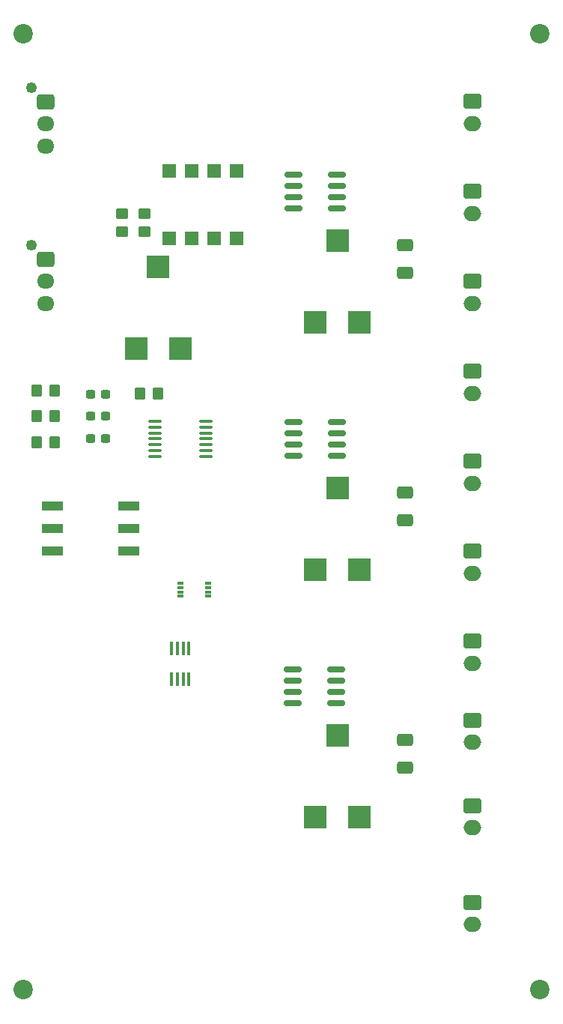
<source format=gbr>
%TF.GenerationSoftware,KiCad,Pcbnew,7.0.7*%
%TF.CreationDate,2023-10-19T13:35:15-07:00*%
%TF.ProjectId,555Trigger,35353554-7269-4676-9765-722e6b696361,0*%
%TF.SameCoordinates,Original*%
%TF.FileFunction,Soldermask,Top*%
%TF.FilePolarity,Negative*%
%FSLAX46Y46*%
G04 Gerber Fmt 4.6, Leading zero omitted, Abs format (unit mm)*
G04 Created by KiCad (PCBNEW 7.0.7) date 2023-10-19 13:35:15*
%MOMM*%
%LPD*%
G01*
G04 APERTURE LIST*
G04 Aperture macros list*
%AMRoundRect*
0 Rectangle with rounded corners*
0 $1 Rounding radius*
0 $2 $3 $4 $5 $6 $7 $8 $9 X,Y pos of 4 corners*
0 Add a 4 corners polygon primitive as box body*
4,1,4,$2,$3,$4,$5,$6,$7,$8,$9,$2,$3,0*
0 Add four circle primitives for the rounded corners*
1,1,$1+$1,$2,$3*
1,1,$1+$1,$4,$5*
1,1,$1+$1,$6,$7*
1,1,$1+$1,$8,$9*
0 Add four rect primitives between the rounded corners*
20,1,$1+$1,$2,$3,$4,$5,0*
20,1,$1+$1,$4,$5,$6,$7,0*
20,1,$1+$1,$6,$7,$8,$9,0*
20,1,$1+$1,$8,$9,$2,$3,0*%
G04 Aperture macros list end*
%ADD10RoundRect,0.250000X-0.350000X-0.450000X0.350000X-0.450000X0.350000X0.450000X-0.350000X0.450000X0*%
%ADD11RoundRect,0.237500X-0.300000X-0.237500X0.300000X-0.237500X0.300000X0.237500X-0.300000X0.237500X0*%
%ADD12R,0.300000X1.600000*%
%ADD13C,2.200000*%
%ADD14RoundRect,0.150000X-0.825000X-0.150000X0.825000X-0.150000X0.825000X0.150000X-0.825000X0.150000X0*%
%ADD15RoundRect,0.250000X-0.750000X0.600000X-0.750000X-0.600000X0.750000X-0.600000X0.750000X0.600000X0*%
%ADD16O,2.000000X1.700000*%
%ADD17R,2.500000X2.500000*%
%ADD18R,2.440000X1.120000*%
%ADD19RoundRect,0.100000X-0.637500X-0.100000X0.637500X-0.100000X0.637500X0.100000X-0.637500X0.100000X0*%
%ADD20R,1.600000X1.600000*%
%ADD21C,1.250000*%
%ADD22RoundRect,0.250000X-0.725000X0.600000X-0.725000X-0.600000X0.725000X-0.600000X0.725000X0.600000X0*%
%ADD23O,1.950000X1.700000*%
%ADD24RoundRect,0.250000X-0.650000X0.412500X-0.650000X-0.412500X0.650000X-0.412500X0.650000X0.412500X0*%
%ADD25RoundRect,0.250000X0.450000X-0.350000X0.450000X0.350000X-0.450000X0.350000X-0.450000X-0.350000X0*%
%ADD26R,0.800000X0.300000*%
G04 APERTURE END LIST*
D10*
%TO.C,R6*%
X29480000Y-68990000D03*
X31480000Y-68990000D03*
%TD*%
D11*
%TO.C,C2*%
X35560000Y-66040000D03*
X37285000Y-66040000D03*
%TD*%
D12*
%TO.C,U7*%
X46695000Y-92280000D03*
X46045000Y-92280000D03*
X45395000Y-92280000D03*
X44745000Y-92280000D03*
X44745000Y-95680000D03*
X45395000Y-95680000D03*
X46045000Y-95680000D03*
X46695000Y-95680000D03*
%TD*%
D13*
%TO.C,H4*%
X86360000Y-130810000D03*
%TD*%
D14*
%TO.C,Brain_555*%
X58485000Y-38735000D03*
X58485000Y-40005000D03*
X58485000Y-41275000D03*
X58485000Y-42545000D03*
X63435000Y-42545000D03*
X63435000Y-41275000D03*
X63435000Y-40005000D03*
X63435000Y-38735000D03*
%TD*%
D15*
%TO.C,Behavior2*%
X78740000Y-71120000D03*
D16*
X78740000Y-73620000D03*
%TD*%
D17*
%TO.C,Strobe_Timing1*%
X66000000Y-111305000D03*
X63500000Y-102055000D03*
X61000000Y-111305000D03*
%TD*%
D18*
%TO.C,SW1*%
X31255000Y-76200000D03*
X31255000Y-78740000D03*
X31255000Y-81280000D03*
X39865000Y-81280000D03*
X39865000Y-78740000D03*
X39865000Y-76200000D03*
%TD*%
D19*
%TO.C,U1*%
X42857500Y-66630000D03*
X42857500Y-67280000D03*
X42857500Y-67930000D03*
X42857500Y-68580000D03*
X42857500Y-69230000D03*
X42857500Y-69880000D03*
X42857500Y-70530000D03*
X48582500Y-70530000D03*
X48582500Y-69880000D03*
X48582500Y-69230000D03*
X48582500Y-68580000D03*
X48582500Y-67930000D03*
X48582500Y-67280000D03*
X48582500Y-66630000D03*
%TD*%
D11*
%TO.C,C1*%
X35560000Y-63530000D03*
X37285000Y-63530000D03*
%TD*%
D13*
%TO.C,H2*%
X27940000Y-22860000D03*
%TD*%
D10*
%TO.C,R4*%
X41180000Y-63500000D03*
X43180000Y-63500000D03*
%TD*%
D15*
%TO.C,Strobing2*%
X78747500Y-110002000D03*
D16*
X78747500Y-112502000D03*
%TD*%
D20*
%TO.C,U9*%
X52070000Y-38354000D03*
X49530000Y-38354000D03*
X46990000Y-38354000D03*
X44450000Y-38354000D03*
X44450000Y-45974000D03*
X46990000Y-45974000D03*
X49530000Y-45974000D03*
X52070000Y-45974000D03*
%TD*%
D21*
%TO.C,WidthControlSignal1*%
X28880000Y-46700000D03*
D22*
X30480000Y-48300000D03*
D23*
X30480000Y-50800000D03*
X30480000Y-53300000D03*
%TD*%
D24*
%TO.C,Behav_Timing_C1*%
X71120000Y-74637500D03*
X71120000Y-77762500D03*
%TD*%
D15*
%TO.C,Brain1*%
X78740000Y-91440000D03*
D16*
X78740000Y-93940000D03*
%TD*%
D15*
%TO.C,Behavior1*%
X78740000Y-81280000D03*
D16*
X78740000Y-83780000D03*
%TD*%
D13*
%TO.C,H1*%
X86360000Y-22860000D03*
%TD*%
D10*
%TO.C,R1*%
X29480000Y-63090000D03*
X31480000Y-63090000D03*
%TD*%
D21*
%TO.C,Power_In1*%
X28880000Y-28920000D03*
D22*
X30480000Y-30520000D03*
D23*
X30480000Y-33020000D03*
X30480000Y-35520000D03*
%TD*%
D14*
%TO.C,Strobe_555*%
X58420000Y-94615000D03*
X58420000Y-95885000D03*
X58420000Y-97155000D03*
X58420000Y-98425000D03*
X63370000Y-98425000D03*
X63370000Y-97155000D03*
X63370000Y-95885000D03*
X63370000Y-94615000D03*
%TD*%
D15*
%TO.C,Behavior4*%
X78740000Y-50800000D03*
D16*
X78740000Y-53300000D03*
%TD*%
D25*
%TO.C,R3*%
X41656000Y-45180000D03*
X41656000Y-43180000D03*
%TD*%
D15*
%TO.C,Brain2*%
X78747500Y-100350000D03*
D16*
X78747500Y-102850000D03*
%TD*%
D14*
%TO.C,Behav_555*%
X58485000Y-66675000D03*
X58485000Y-67945000D03*
X58485000Y-69215000D03*
X58485000Y-70485000D03*
X63435000Y-70485000D03*
X63435000Y-69215000D03*
X63435000Y-67945000D03*
X63435000Y-66675000D03*
%TD*%
D24*
%TO.C,Strobe_Timing_C1*%
X71120000Y-102577500D03*
X71120000Y-105702500D03*
%TD*%
D15*
%TO.C,Strobing1*%
X78747500Y-120924000D03*
D16*
X78747500Y-123424000D03*
%TD*%
D17*
%TO.C,Output_Voltage1*%
X45720000Y-58420000D03*
X43220000Y-49170000D03*
X40720000Y-58420000D03*
%TD*%
D24*
%TO.C,Brain_Timing_C1*%
X71120000Y-46697500D03*
X71120000Y-49822500D03*
%TD*%
D15*
%TO.C,Behavior5*%
X78740000Y-40640000D03*
D16*
X78740000Y-43140000D03*
%TD*%
D10*
%TO.C,R5*%
X29480000Y-66040000D03*
X31480000Y-66040000D03*
%TD*%
D11*
%TO.C,C3*%
X35560000Y-68550000D03*
X37285000Y-68550000D03*
%TD*%
D17*
%TO.C,Behav_Timing1*%
X66000000Y-83365000D03*
X63500000Y-74115000D03*
X61000000Y-83365000D03*
%TD*%
%TO.C,Brain_Timing1*%
X66000000Y-55425000D03*
X63500000Y-46175000D03*
X61000000Y-55425000D03*
%TD*%
D15*
%TO.C,Behavior3*%
X78740000Y-60960000D03*
D16*
X78740000Y-63460000D03*
%TD*%
D13*
%TO.C,H3*%
X27940000Y-130810000D03*
%TD*%
D25*
%TO.C,R2*%
X39116000Y-45180000D03*
X39116000Y-43180000D03*
%TD*%
D26*
%TO.C,U8*%
X45720000Y-84860000D03*
X45720000Y-85360000D03*
X45720000Y-85860000D03*
X45720000Y-86360000D03*
X48820000Y-86360000D03*
X48820000Y-85860000D03*
X48820000Y-85360000D03*
X48820000Y-84860000D03*
%TD*%
D15*
%TO.C,Behavior6*%
X78740000Y-30480000D03*
D16*
X78740000Y-32980000D03*
%TD*%
M02*

</source>
